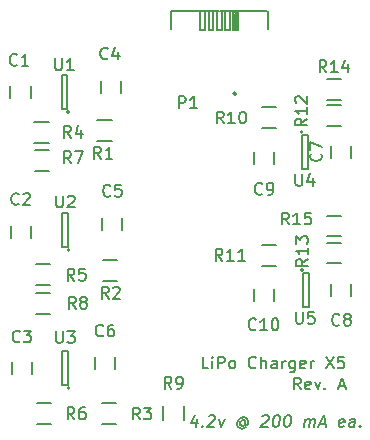
<source format=gto>
G04 #@! TF.FileFunction,Legend,Top*
%FSLAX46Y46*%
G04 Gerber Fmt 4.6, Leading zero omitted, Abs format (unit mm)*
G04 Created by KiCad (PCBNEW 4.0.1-stable) date 3/12/2016 12:27:59 PM*
%MOMM*%
G01*
G04 APERTURE LIST*
%ADD10C,0.100000*%
%ADD11C,0.200000*%
%ADD12C,0.150000*%
G04 APERTURE END LIST*
D10*
D11*
X116371881Y-119959381D02*
X116038547Y-119483190D01*
X115800452Y-119959381D02*
X115800452Y-118959381D01*
X116181405Y-118959381D01*
X116276643Y-119007000D01*
X116324262Y-119054619D01*
X116371881Y-119149857D01*
X116371881Y-119292714D01*
X116324262Y-119387952D01*
X116276643Y-119435571D01*
X116181405Y-119483190D01*
X115800452Y-119483190D01*
X117181405Y-119911762D02*
X117086167Y-119959381D01*
X116895690Y-119959381D01*
X116800452Y-119911762D01*
X116752833Y-119816524D01*
X116752833Y-119435571D01*
X116800452Y-119340333D01*
X116895690Y-119292714D01*
X117086167Y-119292714D01*
X117181405Y-119340333D01*
X117229024Y-119435571D01*
X117229024Y-119530810D01*
X116752833Y-119626048D01*
X117562357Y-119292714D02*
X117800452Y-119959381D01*
X118038548Y-119292714D01*
X118419500Y-119864143D02*
X118467119Y-119911762D01*
X118419500Y-119959381D01*
X118371881Y-119911762D01*
X118419500Y-119864143D01*
X118419500Y-119959381D01*
X119609976Y-119673667D02*
X120086167Y-119673667D01*
X119514738Y-119959381D02*
X119848071Y-118959381D01*
X120181405Y-119959381D01*
D12*
X107612501Y-122467714D02*
X107529167Y-123134381D01*
X107422024Y-122086762D02*
X107094643Y-122801048D01*
X107713691Y-122801048D01*
X108064881Y-123039143D02*
X108106548Y-123086762D01*
X108052976Y-123134381D01*
X108011310Y-123086762D01*
X108064881Y-123039143D01*
X108052976Y-123134381D01*
X108594643Y-122229619D02*
X108648214Y-122182000D01*
X108749404Y-122134381D01*
X108987500Y-122134381D01*
X109076786Y-122182000D01*
X109118453Y-122229619D01*
X109154167Y-122324857D01*
X109142262Y-122420095D01*
X109076786Y-122562952D01*
X108433928Y-123134381D01*
X109052976Y-123134381D01*
X109469643Y-122467714D02*
X109624404Y-123134381D01*
X109945834Y-122467714D01*
X111683929Y-122658190D02*
X111642263Y-122610571D01*
X111552977Y-122562952D01*
X111457739Y-122562952D01*
X111356549Y-122610571D01*
X111302976Y-122658190D01*
X111243452Y-122753429D01*
X111231548Y-122848667D01*
X111267262Y-122943905D01*
X111308930Y-122991524D01*
X111398215Y-123039143D01*
X111493453Y-123039143D01*
X111594644Y-122991524D01*
X111648215Y-122943905D01*
X111695834Y-122562952D02*
X111648215Y-122943905D01*
X111689882Y-122991524D01*
X111737501Y-122991524D01*
X111838691Y-122943905D01*
X111898215Y-122848667D01*
X111927977Y-122610571D01*
X111850596Y-122467714D01*
X111719644Y-122372476D01*
X111535120Y-122324857D01*
X111338691Y-122372476D01*
X111183929Y-122467714D01*
X111070834Y-122610571D01*
X110999405Y-122801048D01*
X111023215Y-122991524D01*
X111100595Y-123134381D01*
X111231548Y-123229619D01*
X111416072Y-123277238D01*
X111612501Y-123229619D01*
X111767262Y-123134381D01*
X113118453Y-122229619D02*
X113172024Y-122182000D01*
X113273214Y-122134381D01*
X113511310Y-122134381D01*
X113600596Y-122182000D01*
X113642263Y-122229619D01*
X113677977Y-122324857D01*
X113666072Y-122420095D01*
X113600596Y-122562952D01*
X112957738Y-123134381D01*
X113576786Y-123134381D01*
X114320833Y-122134381D02*
X114416072Y-122134381D01*
X114505358Y-122182000D01*
X114547025Y-122229619D01*
X114582739Y-122324857D01*
X114606548Y-122515333D01*
X114576786Y-122753429D01*
X114505358Y-122943905D01*
X114445834Y-123039143D01*
X114392263Y-123086762D01*
X114291072Y-123134381D01*
X114195833Y-123134381D01*
X114106548Y-123086762D01*
X114064881Y-123039143D01*
X114029167Y-122943905D01*
X114005357Y-122753429D01*
X114035119Y-122515333D01*
X114106548Y-122324857D01*
X114166072Y-122229619D01*
X114219643Y-122182000D01*
X114320833Y-122134381D01*
X115273214Y-122134381D02*
X115368453Y-122134381D01*
X115457739Y-122182000D01*
X115499406Y-122229619D01*
X115535120Y-122324857D01*
X115558929Y-122515333D01*
X115529167Y-122753429D01*
X115457739Y-122943905D01*
X115398215Y-123039143D01*
X115344644Y-123086762D01*
X115243453Y-123134381D01*
X115148214Y-123134381D01*
X115058929Y-123086762D01*
X115017262Y-123039143D01*
X114981548Y-122943905D01*
X114957738Y-122753429D01*
X114987500Y-122515333D01*
X115058929Y-122324857D01*
X115118453Y-122229619D01*
X115172024Y-122182000D01*
X115273214Y-122134381D01*
X116672024Y-123134381D02*
X116755358Y-122467714D01*
X116743453Y-122562952D02*
X116797024Y-122515333D01*
X116898215Y-122467714D01*
X117041073Y-122467714D01*
X117130358Y-122515333D01*
X117166073Y-122610571D01*
X117100596Y-123134381D01*
X117166073Y-122610571D02*
X117225596Y-122515333D01*
X117326787Y-122467714D01*
X117469644Y-122467714D01*
X117558929Y-122515333D01*
X117594644Y-122610571D01*
X117529167Y-123134381D01*
X117993453Y-122848667D02*
X118469644Y-122848667D01*
X117862500Y-123134381D02*
X118320833Y-122134381D01*
X118529167Y-123134381D01*
X120011311Y-123086762D02*
X119910120Y-123134381D01*
X119719643Y-123134381D01*
X119630358Y-123086762D01*
X119594644Y-122991524D01*
X119642263Y-122610571D01*
X119701786Y-122515333D01*
X119802977Y-122467714D01*
X119993454Y-122467714D01*
X120082739Y-122515333D01*
X120118454Y-122610571D01*
X120106549Y-122705810D01*
X119618453Y-122801048D01*
X120910120Y-123134381D02*
X120975597Y-122610571D01*
X120939882Y-122515333D01*
X120850597Y-122467714D01*
X120660120Y-122467714D01*
X120558929Y-122515333D01*
X120916073Y-123086762D02*
X120814882Y-123134381D01*
X120576786Y-123134381D01*
X120487501Y-123086762D01*
X120451787Y-122991524D01*
X120463691Y-122896286D01*
X120523215Y-122801048D01*
X120624405Y-122753429D01*
X120862501Y-122753429D01*
X120963692Y-122705810D01*
X121398215Y-123039143D02*
X121439882Y-123086762D01*
X121386310Y-123134381D01*
X121344644Y-123086762D01*
X121398215Y-123039143D01*
X121386310Y-123134381D01*
D11*
X108546000Y-118181381D02*
X108069809Y-118181381D01*
X108069809Y-117181381D01*
X108879333Y-118181381D02*
X108879333Y-117514714D01*
X108879333Y-117181381D02*
X108831714Y-117229000D01*
X108879333Y-117276619D01*
X108926952Y-117229000D01*
X108879333Y-117181381D01*
X108879333Y-117276619D01*
X109355523Y-118181381D02*
X109355523Y-117181381D01*
X109736476Y-117181381D01*
X109831714Y-117229000D01*
X109879333Y-117276619D01*
X109926952Y-117371857D01*
X109926952Y-117514714D01*
X109879333Y-117609952D01*
X109831714Y-117657571D01*
X109736476Y-117705190D01*
X109355523Y-117705190D01*
X110498380Y-118181381D02*
X110403142Y-118133762D01*
X110355523Y-118086143D01*
X110307904Y-117990905D01*
X110307904Y-117705190D01*
X110355523Y-117609952D01*
X110403142Y-117562333D01*
X110498380Y-117514714D01*
X110641238Y-117514714D01*
X110736476Y-117562333D01*
X110784095Y-117609952D01*
X110831714Y-117705190D01*
X110831714Y-117990905D01*
X110784095Y-118086143D01*
X110736476Y-118133762D01*
X110641238Y-118181381D01*
X110498380Y-118181381D01*
X112593619Y-118086143D02*
X112546000Y-118133762D01*
X112403143Y-118181381D01*
X112307905Y-118181381D01*
X112165047Y-118133762D01*
X112069809Y-118038524D01*
X112022190Y-117943286D01*
X111974571Y-117752810D01*
X111974571Y-117609952D01*
X112022190Y-117419476D01*
X112069809Y-117324238D01*
X112165047Y-117229000D01*
X112307905Y-117181381D01*
X112403143Y-117181381D01*
X112546000Y-117229000D01*
X112593619Y-117276619D01*
X113022190Y-118181381D02*
X113022190Y-117181381D01*
X113450762Y-118181381D02*
X113450762Y-117657571D01*
X113403143Y-117562333D01*
X113307905Y-117514714D01*
X113165047Y-117514714D01*
X113069809Y-117562333D01*
X113022190Y-117609952D01*
X114355524Y-118181381D02*
X114355524Y-117657571D01*
X114307905Y-117562333D01*
X114212667Y-117514714D01*
X114022190Y-117514714D01*
X113926952Y-117562333D01*
X114355524Y-118133762D02*
X114260286Y-118181381D01*
X114022190Y-118181381D01*
X113926952Y-118133762D01*
X113879333Y-118038524D01*
X113879333Y-117943286D01*
X113926952Y-117848048D01*
X114022190Y-117800429D01*
X114260286Y-117800429D01*
X114355524Y-117752810D01*
X114831714Y-118181381D02*
X114831714Y-117514714D01*
X114831714Y-117705190D02*
X114879333Y-117609952D01*
X114926952Y-117562333D01*
X115022190Y-117514714D01*
X115117429Y-117514714D01*
X115879334Y-117514714D02*
X115879334Y-118324238D01*
X115831715Y-118419476D01*
X115784096Y-118467095D01*
X115688857Y-118514714D01*
X115546000Y-118514714D01*
X115450762Y-118467095D01*
X115879334Y-118133762D02*
X115784096Y-118181381D01*
X115593619Y-118181381D01*
X115498381Y-118133762D01*
X115450762Y-118086143D01*
X115403143Y-117990905D01*
X115403143Y-117705190D01*
X115450762Y-117609952D01*
X115498381Y-117562333D01*
X115593619Y-117514714D01*
X115784096Y-117514714D01*
X115879334Y-117562333D01*
X116736477Y-118133762D02*
X116641239Y-118181381D01*
X116450762Y-118181381D01*
X116355524Y-118133762D01*
X116307905Y-118038524D01*
X116307905Y-117657571D01*
X116355524Y-117562333D01*
X116450762Y-117514714D01*
X116641239Y-117514714D01*
X116736477Y-117562333D01*
X116784096Y-117657571D01*
X116784096Y-117752810D01*
X116307905Y-117848048D01*
X117212667Y-118181381D02*
X117212667Y-117514714D01*
X117212667Y-117705190D02*
X117260286Y-117609952D01*
X117307905Y-117562333D01*
X117403143Y-117514714D01*
X117498382Y-117514714D01*
X118498382Y-117181381D02*
X119165049Y-118181381D01*
X119165049Y-117181381D02*
X118498382Y-118181381D01*
X120022192Y-117181381D02*
X119546001Y-117181381D01*
X119498382Y-117657571D01*
X119546001Y-117609952D01*
X119641239Y-117562333D01*
X119879335Y-117562333D01*
X119974573Y-117609952D01*
X120022192Y-117657571D01*
X120069811Y-117752810D01*
X120069811Y-117990905D01*
X120022192Y-118086143D01*
X119974573Y-118133762D01*
X119879335Y-118181381D01*
X119641239Y-118181381D01*
X119546001Y-118133762D01*
X119498382Y-118086143D01*
D12*
X93501256Y-95260308D02*
X93501256Y-94260308D01*
X91801256Y-94260308D02*
X91801256Y-95260308D01*
X93560000Y-107129200D02*
X93560000Y-106129200D01*
X91860000Y-106129200D02*
X91860000Y-107129200D01*
X93610800Y-118660800D02*
X93610800Y-117660800D01*
X91910800Y-117660800D02*
X91910800Y-118660800D01*
X101180000Y-94861000D02*
X101180000Y-93861000D01*
X99480000Y-93861000D02*
X99480000Y-94861000D01*
X101281600Y-106468800D02*
X101281600Y-105468800D01*
X99581600Y-105468800D02*
X99581600Y-106468800D01*
X100672000Y-118203600D02*
X100672000Y-117203600D01*
X98972000Y-117203600D02*
X98972000Y-118203600D01*
X118974500Y-99322000D02*
X118974500Y-100322000D01*
X120674500Y-100322000D02*
X120674500Y-99322000D01*
X118974500Y-111056800D02*
X118974500Y-112056800D01*
X120674500Y-112056800D02*
X120674500Y-111056800D01*
X112383200Y-99896800D02*
X112383200Y-100896800D01*
X114083200Y-100896800D02*
X114083200Y-99896800D01*
X112383200Y-111463200D02*
X112383200Y-112463200D01*
X114083200Y-112463200D02*
X114083200Y-111463200D01*
X110921921Y-94932000D02*
G75*
G03X110921921Y-94932000I-141421J0D01*
G01*
X111080500Y-89532000D02*
X111080500Y-87932000D01*
X107880500Y-89532000D02*
X107880500Y-88032000D01*
X108280500Y-89532000D02*
X107880500Y-89532000D01*
X108280500Y-88032000D02*
X108280500Y-89532000D01*
X108980500Y-88032000D02*
X108980500Y-89532000D01*
X108980500Y-89532000D02*
X108580500Y-89532000D01*
X108580500Y-89532000D02*
X108580500Y-88032000D01*
X109280500Y-89532000D02*
X109280500Y-88032000D01*
X109680500Y-89532000D02*
X109280500Y-89532000D01*
X109680500Y-88032000D02*
X109680500Y-89532000D01*
X110380500Y-88032000D02*
X110380500Y-89532000D01*
X110380500Y-89532000D02*
X109980500Y-89532000D01*
X109980500Y-89532000D02*
X109980500Y-88032000D01*
X110980500Y-89532000D02*
X110980500Y-88132000D01*
X110980500Y-88132000D02*
X110780500Y-88132000D01*
X110780500Y-88132000D02*
X110780500Y-89532000D01*
X110780500Y-89532000D02*
X110880500Y-89532000D01*
X110880500Y-89532000D02*
X110880500Y-88232000D01*
X110980500Y-87932000D02*
X110980500Y-89532000D01*
X111080500Y-89532000D02*
X110680500Y-89532000D01*
X110680500Y-89532000D02*
X110680500Y-88032000D01*
X110680500Y-88032000D02*
X110980500Y-88032000D01*
X109455500Y-87932000D02*
X105405500Y-87932000D01*
X105380500Y-87932000D02*
X105380500Y-89432000D01*
X113580500Y-87932000D02*
X113580500Y-89432000D01*
X109505500Y-87932000D02*
X113555500Y-87932000D01*
X100363256Y-98937308D02*
X99163256Y-98937308D01*
X99163256Y-97187308D02*
X100363256Y-97187308D01*
X100828400Y-110755400D02*
X99628400Y-110755400D01*
X99628400Y-109005400D02*
X100828400Y-109005400D01*
X100777600Y-122845800D02*
X99577600Y-122845800D01*
X99577600Y-121095800D02*
X100777600Y-121095800D01*
X93829256Y-97314308D02*
X95029256Y-97314308D01*
X95029256Y-99064308D02*
X93829256Y-99064308D01*
X93989600Y-109361000D02*
X95189600Y-109361000D01*
X95189600Y-111111000D02*
X93989600Y-111111000D01*
X94040400Y-121095800D02*
X95240400Y-121095800D01*
X95240400Y-122845800D02*
X94040400Y-122845800D01*
X93890256Y-99727308D02*
X95090256Y-99727308D01*
X95090256Y-101477308D02*
X93890256Y-101477308D01*
X93938800Y-111799400D02*
X95138800Y-111799400D01*
X95138800Y-113549400D02*
X93938800Y-113549400D01*
X106475500Y-121320000D02*
X106475500Y-122520000D01*
X104725500Y-122520000D02*
X104725500Y-121320000D01*
X113090400Y-96051400D02*
X114290400Y-96051400D01*
X114290400Y-97801400D02*
X113090400Y-97801400D01*
X113090400Y-107735400D02*
X114290400Y-107735400D01*
X114290400Y-109485400D02*
X113090400Y-109485400D01*
X119789500Y-97649000D02*
X118589500Y-97649000D01*
X118589500Y-95899000D02*
X119789500Y-95899000D01*
X119789500Y-109269500D02*
X118589500Y-109269500D01*
X118589500Y-107519500D02*
X119789500Y-107519500D01*
X119789500Y-95426500D02*
X118589500Y-95426500D01*
X118589500Y-93676500D02*
X119789500Y-93676500D01*
X119789500Y-106983500D02*
X118589500Y-106983500D01*
X118589500Y-105233500D02*
X119789500Y-105233500D01*
X96777256Y-96460308D02*
G75*
G03X96777256Y-96460308I-100000J0D01*
G01*
X96127256Y-96210308D02*
X96627256Y-96210308D01*
X96127256Y-93310308D02*
X96127256Y-96210308D01*
X96627256Y-93310308D02*
X96127256Y-93310308D01*
X96627256Y-96210308D02*
X96627256Y-93310308D01*
X96818400Y-108176800D02*
G75*
G03X96818400Y-108176800I-100000J0D01*
G01*
X96168400Y-107926800D02*
X96668400Y-107926800D01*
X96168400Y-105026800D02*
X96168400Y-107926800D01*
X96668400Y-105026800D02*
X96168400Y-105026800D01*
X96668400Y-107926800D02*
X96668400Y-105026800D01*
X96818400Y-119860800D02*
G75*
G03X96818400Y-119860800I-100000J0D01*
G01*
X96168400Y-119610800D02*
X96668400Y-119610800D01*
X96168400Y-116710800D02*
X96168400Y-119610800D01*
X96668400Y-116710800D02*
X96168400Y-116710800D01*
X96668400Y-119610800D02*
X96668400Y-116710800D01*
X116538400Y-98172800D02*
G75*
G03X116538400Y-98172800I-100000J0D01*
G01*
X116988400Y-98422800D02*
X116488400Y-98422800D01*
X116988400Y-101322800D02*
X116988400Y-98422800D01*
X116488400Y-101322800D02*
X116988400Y-101322800D01*
X116488400Y-98422800D02*
X116488400Y-101322800D01*
X116589200Y-109856800D02*
G75*
G03X116589200Y-109856800I-100000J0D01*
G01*
X117039200Y-110106800D02*
X116539200Y-110106800D01*
X117039200Y-113006800D02*
X117039200Y-110106800D01*
X116539200Y-113006800D02*
X117039200Y-113006800D01*
X116539200Y-110106800D02*
X116539200Y-113006800D01*
X92357590Y-92450451D02*
X92309971Y-92498070D01*
X92167114Y-92545689D01*
X92071876Y-92545689D01*
X91929018Y-92498070D01*
X91833780Y-92402832D01*
X91786161Y-92307594D01*
X91738542Y-92117118D01*
X91738542Y-91974260D01*
X91786161Y-91783784D01*
X91833780Y-91688546D01*
X91929018Y-91593308D01*
X92071876Y-91545689D01*
X92167114Y-91545689D01*
X92309971Y-91593308D01*
X92357590Y-91640927D01*
X93309971Y-92545689D02*
X92738542Y-92545689D01*
X93024256Y-92545689D02*
X93024256Y-91545689D01*
X92929018Y-91688546D01*
X92833780Y-91783784D01*
X92738542Y-91831403D01*
X92492534Y-104243143D02*
X92444915Y-104290762D01*
X92302058Y-104338381D01*
X92206820Y-104338381D01*
X92063962Y-104290762D01*
X91968724Y-104195524D01*
X91921105Y-104100286D01*
X91873486Y-103909810D01*
X91873486Y-103766952D01*
X91921105Y-103576476D01*
X91968724Y-103481238D01*
X92063962Y-103386000D01*
X92206820Y-103338381D01*
X92302058Y-103338381D01*
X92444915Y-103386000D01*
X92492534Y-103433619D01*
X92873486Y-103433619D02*
X92921105Y-103386000D01*
X93016343Y-103338381D01*
X93254439Y-103338381D01*
X93349677Y-103386000D01*
X93397296Y-103433619D01*
X93444915Y-103528857D01*
X93444915Y-103624095D01*
X93397296Y-103766952D01*
X92825867Y-104338381D01*
X93444915Y-104338381D01*
X92594134Y-115876343D02*
X92546515Y-115923962D01*
X92403658Y-115971581D01*
X92308420Y-115971581D01*
X92165562Y-115923962D01*
X92070324Y-115828724D01*
X92022705Y-115733486D01*
X91975086Y-115543010D01*
X91975086Y-115400152D01*
X92022705Y-115209676D01*
X92070324Y-115114438D01*
X92165562Y-115019200D01*
X92308420Y-114971581D01*
X92403658Y-114971581D01*
X92546515Y-115019200D01*
X92594134Y-115066819D01*
X92927467Y-114971581D02*
X93546515Y-114971581D01*
X93213181Y-115352533D01*
X93356039Y-115352533D01*
X93451277Y-115400152D01*
X93498896Y-115447771D01*
X93546515Y-115543010D01*
X93546515Y-115781105D01*
X93498896Y-115876343D01*
X93451277Y-115923962D01*
X93356039Y-115971581D01*
X93070324Y-115971581D01*
X92975086Y-115923962D01*
X92927467Y-115876343D01*
X100036334Y-91924143D02*
X99988715Y-91971762D01*
X99845858Y-92019381D01*
X99750620Y-92019381D01*
X99607762Y-91971762D01*
X99512524Y-91876524D01*
X99464905Y-91781286D01*
X99417286Y-91590810D01*
X99417286Y-91447952D01*
X99464905Y-91257476D01*
X99512524Y-91162238D01*
X99607762Y-91067000D01*
X99750620Y-91019381D01*
X99845858Y-91019381D01*
X99988715Y-91067000D01*
X100036334Y-91114619D01*
X100893477Y-91352714D02*
X100893477Y-92019381D01*
X100655381Y-90971762D02*
X100417286Y-91686048D01*
X101036334Y-91686048D01*
X100264934Y-103531943D02*
X100217315Y-103579562D01*
X100074458Y-103627181D01*
X99979220Y-103627181D01*
X99836362Y-103579562D01*
X99741124Y-103484324D01*
X99693505Y-103389086D01*
X99645886Y-103198610D01*
X99645886Y-103055752D01*
X99693505Y-102865276D01*
X99741124Y-102770038D01*
X99836362Y-102674800D01*
X99979220Y-102627181D01*
X100074458Y-102627181D01*
X100217315Y-102674800D01*
X100264934Y-102722419D01*
X101169696Y-102627181D02*
X100693505Y-102627181D01*
X100645886Y-103103371D01*
X100693505Y-103055752D01*
X100788743Y-103008133D01*
X101026839Y-103008133D01*
X101122077Y-103055752D01*
X101169696Y-103103371D01*
X101217315Y-103198610D01*
X101217315Y-103436705D01*
X101169696Y-103531943D01*
X101122077Y-103579562D01*
X101026839Y-103627181D01*
X100788743Y-103627181D01*
X100693505Y-103579562D01*
X100645886Y-103531943D01*
X99655334Y-115368343D02*
X99607715Y-115415962D01*
X99464858Y-115463581D01*
X99369620Y-115463581D01*
X99226762Y-115415962D01*
X99131524Y-115320724D01*
X99083905Y-115225486D01*
X99036286Y-115035010D01*
X99036286Y-114892152D01*
X99083905Y-114701676D01*
X99131524Y-114606438D01*
X99226762Y-114511200D01*
X99369620Y-114463581D01*
X99464858Y-114463581D01*
X99607715Y-114511200D01*
X99655334Y-114558819D01*
X100512477Y-114463581D02*
X100322000Y-114463581D01*
X100226762Y-114511200D01*
X100179143Y-114558819D01*
X100083905Y-114701676D01*
X100036286Y-114892152D01*
X100036286Y-115273105D01*
X100083905Y-115368343D01*
X100131524Y-115415962D01*
X100226762Y-115463581D01*
X100417239Y-115463581D01*
X100512477Y-115415962D01*
X100560096Y-115368343D01*
X100607715Y-115273105D01*
X100607715Y-115035010D01*
X100560096Y-114939771D01*
X100512477Y-114892152D01*
X100417239Y-114844533D01*
X100226762Y-114844533D01*
X100131524Y-114892152D01*
X100083905Y-114939771D01*
X100036286Y-115035010D01*
X118081643Y-99988666D02*
X118129262Y-100036285D01*
X118176881Y-100179142D01*
X118176881Y-100274380D01*
X118129262Y-100417238D01*
X118034024Y-100512476D01*
X117938786Y-100560095D01*
X117748310Y-100607714D01*
X117605452Y-100607714D01*
X117414976Y-100560095D01*
X117319738Y-100512476D01*
X117224500Y-100417238D01*
X117176881Y-100274380D01*
X117176881Y-100179142D01*
X117224500Y-100036285D01*
X117272119Y-99988666D01*
X117176881Y-99655333D02*
X117176881Y-98988666D01*
X118176881Y-99417238D01*
X119657834Y-114466643D02*
X119610215Y-114514262D01*
X119467358Y-114561881D01*
X119372120Y-114561881D01*
X119229262Y-114514262D01*
X119134024Y-114419024D01*
X119086405Y-114323786D01*
X119038786Y-114133310D01*
X119038786Y-113990452D01*
X119086405Y-113799976D01*
X119134024Y-113704738D01*
X119229262Y-113609500D01*
X119372120Y-113561881D01*
X119467358Y-113561881D01*
X119610215Y-113609500D01*
X119657834Y-113657119D01*
X120229262Y-113990452D02*
X120134024Y-113942833D01*
X120086405Y-113895214D01*
X120038786Y-113799976D01*
X120038786Y-113752357D01*
X120086405Y-113657119D01*
X120134024Y-113609500D01*
X120229262Y-113561881D01*
X120419739Y-113561881D01*
X120514977Y-113609500D01*
X120562596Y-113657119D01*
X120610215Y-113752357D01*
X120610215Y-113799976D01*
X120562596Y-113895214D01*
X120514977Y-113942833D01*
X120419739Y-113990452D01*
X120229262Y-113990452D01*
X120134024Y-114038071D01*
X120086405Y-114085690D01*
X120038786Y-114180929D01*
X120038786Y-114371405D01*
X120086405Y-114466643D01*
X120134024Y-114514262D01*
X120229262Y-114561881D01*
X120419739Y-114561881D01*
X120514977Y-114514262D01*
X120562596Y-114466643D01*
X120610215Y-114371405D01*
X120610215Y-114180929D01*
X120562596Y-114085690D01*
X120514977Y-114038071D01*
X120419739Y-113990452D01*
X113117334Y-103379543D02*
X113069715Y-103427162D01*
X112926858Y-103474781D01*
X112831620Y-103474781D01*
X112688762Y-103427162D01*
X112593524Y-103331924D01*
X112545905Y-103236686D01*
X112498286Y-103046210D01*
X112498286Y-102903352D01*
X112545905Y-102712876D01*
X112593524Y-102617638D01*
X112688762Y-102522400D01*
X112831620Y-102474781D01*
X112926858Y-102474781D01*
X113069715Y-102522400D01*
X113117334Y-102570019D01*
X113593524Y-103474781D02*
X113784000Y-103474781D01*
X113879239Y-103427162D01*
X113926858Y-103379543D01*
X114022096Y-103236686D01*
X114069715Y-103046210D01*
X114069715Y-102665257D01*
X114022096Y-102570019D01*
X113974477Y-102522400D01*
X113879239Y-102474781D01*
X113688762Y-102474781D01*
X113593524Y-102522400D01*
X113545905Y-102570019D01*
X113498286Y-102665257D01*
X113498286Y-102903352D01*
X113545905Y-102998590D01*
X113593524Y-103046210D01*
X113688762Y-103093829D01*
X113879239Y-103093829D01*
X113974477Y-103046210D01*
X114022096Y-102998590D01*
X114069715Y-102903352D01*
X112577643Y-114847643D02*
X112530024Y-114895262D01*
X112387167Y-114942881D01*
X112291929Y-114942881D01*
X112149071Y-114895262D01*
X112053833Y-114800024D01*
X112006214Y-114704786D01*
X111958595Y-114514310D01*
X111958595Y-114371452D01*
X112006214Y-114180976D01*
X112053833Y-114085738D01*
X112149071Y-113990500D01*
X112291929Y-113942881D01*
X112387167Y-113942881D01*
X112530024Y-113990500D01*
X112577643Y-114038119D01*
X113530024Y-114942881D02*
X112958595Y-114942881D01*
X113244309Y-114942881D02*
X113244309Y-113942881D01*
X113149071Y-114085738D01*
X113053833Y-114180976D01*
X112958595Y-114228595D01*
X114149071Y-113942881D02*
X114244310Y-113942881D01*
X114339548Y-113990500D01*
X114387167Y-114038119D01*
X114434786Y-114133357D01*
X114482405Y-114323833D01*
X114482405Y-114561929D01*
X114434786Y-114752405D01*
X114387167Y-114847643D01*
X114339548Y-114895262D01*
X114244310Y-114942881D01*
X114149071Y-114942881D01*
X114053833Y-114895262D01*
X114006214Y-114847643D01*
X113958595Y-114752405D01*
X113910976Y-114561929D01*
X113910976Y-114323833D01*
X113958595Y-114133357D01*
X114006214Y-114038119D01*
X114053833Y-113990500D01*
X114149071Y-113942881D01*
X106068905Y-96146881D02*
X106068905Y-95146881D01*
X106449858Y-95146881D01*
X106545096Y-95194500D01*
X106592715Y-95242119D01*
X106640334Y-95337357D01*
X106640334Y-95480214D01*
X106592715Y-95575452D01*
X106545096Y-95623071D01*
X106449858Y-95670690D01*
X106068905Y-95670690D01*
X107592715Y-96146881D02*
X107021286Y-96146881D01*
X107307000Y-96146881D02*
X107307000Y-95146881D01*
X107211762Y-95289738D01*
X107116524Y-95384976D01*
X107021286Y-95432595D01*
X99469590Y-100419689D02*
X99136256Y-99943498D01*
X98898161Y-100419689D02*
X98898161Y-99419689D01*
X99279114Y-99419689D01*
X99374352Y-99467308D01*
X99421971Y-99514927D01*
X99469590Y-99610165D01*
X99469590Y-99753022D01*
X99421971Y-99848260D01*
X99374352Y-99895879D01*
X99279114Y-99943498D01*
X98898161Y-99943498D01*
X100421971Y-100419689D02*
X99850542Y-100419689D01*
X100136256Y-100419689D02*
X100136256Y-99419689D01*
X100041018Y-99562546D01*
X99945780Y-99657784D01*
X99850542Y-99705403D01*
X100112534Y-112263181D02*
X99779200Y-111786990D01*
X99541105Y-112263181D02*
X99541105Y-111263181D01*
X99922058Y-111263181D01*
X100017296Y-111310800D01*
X100064915Y-111358419D01*
X100112534Y-111453657D01*
X100112534Y-111596514D01*
X100064915Y-111691752D01*
X100017296Y-111739371D01*
X99922058Y-111786990D01*
X99541105Y-111786990D01*
X100493486Y-111358419D02*
X100541105Y-111310800D01*
X100636343Y-111263181D01*
X100874439Y-111263181D01*
X100969677Y-111310800D01*
X101017296Y-111358419D01*
X101064915Y-111453657D01*
X101064915Y-111548895D01*
X101017296Y-111691752D01*
X100445867Y-112263181D01*
X101064915Y-112263181D01*
X102766834Y-122499381D02*
X102433500Y-122023190D01*
X102195405Y-122499381D02*
X102195405Y-121499381D01*
X102576358Y-121499381D01*
X102671596Y-121547000D01*
X102719215Y-121594619D01*
X102766834Y-121689857D01*
X102766834Y-121832714D01*
X102719215Y-121927952D01*
X102671596Y-121975571D01*
X102576358Y-122023190D01*
X102195405Y-122023190D01*
X103100167Y-121499381D02*
X103719215Y-121499381D01*
X103385881Y-121880333D01*
X103528739Y-121880333D01*
X103623977Y-121927952D01*
X103671596Y-121975571D01*
X103719215Y-122070810D01*
X103719215Y-122308905D01*
X103671596Y-122404143D01*
X103623977Y-122451762D01*
X103528739Y-122499381D01*
X103243024Y-122499381D01*
X103147786Y-122451762D01*
X103100167Y-122404143D01*
X96929590Y-98641689D02*
X96596256Y-98165498D01*
X96358161Y-98641689D02*
X96358161Y-97641689D01*
X96739114Y-97641689D01*
X96834352Y-97689308D01*
X96881971Y-97736927D01*
X96929590Y-97832165D01*
X96929590Y-97975022D01*
X96881971Y-98070260D01*
X96834352Y-98117879D01*
X96739114Y-98165498D01*
X96358161Y-98165498D01*
X97786733Y-97975022D02*
X97786733Y-98641689D01*
X97548637Y-97594070D02*
X97310542Y-98308356D01*
X97929590Y-98308356D01*
X97216934Y-110739181D02*
X96883600Y-110262990D01*
X96645505Y-110739181D02*
X96645505Y-109739181D01*
X97026458Y-109739181D01*
X97121696Y-109786800D01*
X97169315Y-109834419D01*
X97216934Y-109929657D01*
X97216934Y-110072514D01*
X97169315Y-110167752D01*
X97121696Y-110215371D01*
X97026458Y-110262990D01*
X96645505Y-110262990D01*
X98121696Y-109739181D02*
X97645505Y-109739181D01*
X97597886Y-110215371D01*
X97645505Y-110167752D01*
X97740743Y-110120133D01*
X97978839Y-110120133D01*
X98074077Y-110167752D01*
X98121696Y-110215371D01*
X98169315Y-110310610D01*
X98169315Y-110548705D01*
X98121696Y-110643943D01*
X98074077Y-110691562D01*
X97978839Y-110739181D01*
X97740743Y-110739181D01*
X97645505Y-110691562D01*
X97597886Y-110643943D01*
X97216934Y-122473981D02*
X96883600Y-121997790D01*
X96645505Y-122473981D02*
X96645505Y-121473981D01*
X97026458Y-121473981D01*
X97121696Y-121521600D01*
X97169315Y-121569219D01*
X97216934Y-121664457D01*
X97216934Y-121807314D01*
X97169315Y-121902552D01*
X97121696Y-121950171D01*
X97026458Y-121997790D01*
X96645505Y-121997790D01*
X98074077Y-121473981D02*
X97883600Y-121473981D01*
X97788362Y-121521600D01*
X97740743Y-121569219D01*
X97645505Y-121712076D01*
X97597886Y-121902552D01*
X97597886Y-122283505D01*
X97645505Y-122378743D01*
X97693124Y-122426362D01*
X97788362Y-122473981D01*
X97978839Y-122473981D01*
X98074077Y-122426362D01*
X98121696Y-122378743D01*
X98169315Y-122283505D01*
X98169315Y-122045410D01*
X98121696Y-121950171D01*
X98074077Y-121902552D01*
X97978839Y-121854933D01*
X97788362Y-121854933D01*
X97693124Y-121902552D01*
X97645505Y-121950171D01*
X97597886Y-122045410D01*
X96929590Y-100800689D02*
X96596256Y-100324498D01*
X96358161Y-100800689D02*
X96358161Y-99800689D01*
X96739114Y-99800689D01*
X96834352Y-99848308D01*
X96881971Y-99895927D01*
X96929590Y-99991165D01*
X96929590Y-100134022D01*
X96881971Y-100229260D01*
X96834352Y-100276879D01*
X96739114Y-100324498D01*
X96358161Y-100324498D01*
X97262923Y-99800689D02*
X97929590Y-99800689D01*
X97501018Y-100800689D01*
X97318534Y-113126781D02*
X96985200Y-112650590D01*
X96747105Y-113126781D02*
X96747105Y-112126781D01*
X97128058Y-112126781D01*
X97223296Y-112174400D01*
X97270915Y-112222019D01*
X97318534Y-112317257D01*
X97318534Y-112460114D01*
X97270915Y-112555352D01*
X97223296Y-112602971D01*
X97128058Y-112650590D01*
X96747105Y-112650590D01*
X97889962Y-112555352D02*
X97794724Y-112507733D01*
X97747105Y-112460114D01*
X97699486Y-112364876D01*
X97699486Y-112317257D01*
X97747105Y-112222019D01*
X97794724Y-112174400D01*
X97889962Y-112126781D01*
X98080439Y-112126781D01*
X98175677Y-112174400D01*
X98223296Y-112222019D01*
X98270915Y-112317257D01*
X98270915Y-112364876D01*
X98223296Y-112460114D01*
X98175677Y-112507733D01*
X98080439Y-112555352D01*
X97889962Y-112555352D01*
X97794724Y-112602971D01*
X97747105Y-112650590D01*
X97699486Y-112745829D01*
X97699486Y-112936305D01*
X97747105Y-113031543D01*
X97794724Y-113079162D01*
X97889962Y-113126781D01*
X98080439Y-113126781D01*
X98175677Y-113079162D01*
X98223296Y-113031543D01*
X98270915Y-112936305D01*
X98270915Y-112745829D01*
X98223296Y-112650590D01*
X98175677Y-112602971D01*
X98080439Y-112555352D01*
X105433834Y-119895881D02*
X105100500Y-119419690D01*
X104862405Y-119895881D02*
X104862405Y-118895881D01*
X105243358Y-118895881D01*
X105338596Y-118943500D01*
X105386215Y-118991119D01*
X105433834Y-119086357D01*
X105433834Y-119229214D01*
X105386215Y-119324452D01*
X105338596Y-119372071D01*
X105243358Y-119419690D01*
X104862405Y-119419690D01*
X105910024Y-119895881D02*
X106100500Y-119895881D01*
X106195739Y-119848262D01*
X106243358Y-119800643D01*
X106338596Y-119657786D01*
X106386215Y-119467310D01*
X106386215Y-119086357D01*
X106338596Y-118991119D01*
X106290977Y-118943500D01*
X106195739Y-118895881D01*
X106005262Y-118895881D01*
X105910024Y-118943500D01*
X105862405Y-118991119D01*
X105814786Y-119086357D01*
X105814786Y-119324452D01*
X105862405Y-119419690D01*
X105910024Y-119467310D01*
X106005262Y-119514929D01*
X106195739Y-119514929D01*
X106290977Y-119467310D01*
X106338596Y-119419690D01*
X106386215Y-119324452D01*
X109847143Y-97429581D02*
X109513809Y-96953390D01*
X109275714Y-97429581D02*
X109275714Y-96429581D01*
X109656667Y-96429581D01*
X109751905Y-96477200D01*
X109799524Y-96524819D01*
X109847143Y-96620057D01*
X109847143Y-96762914D01*
X109799524Y-96858152D01*
X109751905Y-96905771D01*
X109656667Y-96953390D01*
X109275714Y-96953390D01*
X110799524Y-97429581D02*
X110228095Y-97429581D01*
X110513809Y-97429581D02*
X110513809Y-96429581D01*
X110418571Y-96572438D01*
X110323333Y-96667676D01*
X110228095Y-96715295D01*
X111418571Y-96429581D02*
X111513810Y-96429581D01*
X111609048Y-96477200D01*
X111656667Y-96524819D01*
X111704286Y-96620057D01*
X111751905Y-96810533D01*
X111751905Y-97048629D01*
X111704286Y-97239105D01*
X111656667Y-97334343D01*
X111609048Y-97381962D01*
X111513810Y-97429581D01*
X111418571Y-97429581D01*
X111323333Y-97381962D01*
X111275714Y-97334343D01*
X111228095Y-97239105D01*
X111180476Y-97048629D01*
X111180476Y-96810533D01*
X111228095Y-96620057D01*
X111275714Y-96524819D01*
X111323333Y-96477200D01*
X111418571Y-96429581D01*
X109745543Y-109062781D02*
X109412209Y-108586590D01*
X109174114Y-109062781D02*
X109174114Y-108062781D01*
X109555067Y-108062781D01*
X109650305Y-108110400D01*
X109697924Y-108158019D01*
X109745543Y-108253257D01*
X109745543Y-108396114D01*
X109697924Y-108491352D01*
X109650305Y-108538971D01*
X109555067Y-108586590D01*
X109174114Y-108586590D01*
X110697924Y-109062781D02*
X110126495Y-109062781D01*
X110412209Y-109062781D02*
X110412209Y-108062781D01*
X110316971Y-108205638D01*
X110221733Y-108300876D01*
X110126495Y-108348495D01*
X111650305Y-109062781D02*
X111078876Y-109062781D01*
X111364590Y-109062781D02*
X111364590Y-108062781D01*
X111269352Y-108205638D01*
X111174114Y-108300876D01*
X111078876Y-108348495D01*
X116911381Y-97035857D02*
X116435190Y-97369191D01*
X116911381Y-97607286D02*
X115911381Y-97607286D01*
X115911381Y-97226333D01*
X115959000Y-97131095D01*
X116006619Y-97083476D01*
X116101857Y-97035857D01*
X116244714Y-97035857D01*
X116339952Y-97083476D01*
X116387571Y-97131095D01*
X116435190Y-97226333D01*
X116435190Y-97607286D01*
X116911381Y-96083476D02*
X116911381Y-96654905D01*
X116911381Y-96369191D02*
X115911381Y-96369191D01*
X116054238Y-96464429D01*
X116149476Y-96559667D01*
X116197095Y-96654905D01*
X116006619Y-95702524D02*
X115959000Y-95654905D01*
X115911381Y-95559667D01*
X115911381Y-95321571D01*
X115959000Y-95226333D01*
X116006619Y-95178714D01*
X116101857Y-95131095D01*
X116197095Y-95131095D01*
X116339952Y-95178714D01*
X116911381Y-95750143D01*
X116911381Y-95131095D01*
X116974881Y-108910357D02*
X116498690Y-109243691D01*
X116974881Y-109481786D02*
X115974881Y-109481786D01*
X115974881Y-109100833D01*
X116022500Y-109005595D01*
X116070119Y-108957976D01*
X116165357Y-108910357D01*
X116308214Y-108910357D01*
X116403452Y-108957976D01*
X116451071Y-109005595D01*
X116498690Y-109100833D01*
X116498690Y-109481786D01*
X116974881Y-107957976D02*
X116974881Y-108529405D01*
X116974881Y-108243691D02*
X115974881Y-108243691D01*
X116117738Y-108338929D01*
X116212976Y-108434167D01*
X116260595Y-108529405D01*
X115974881Y-107624643D02*
X115974881Y-107005595D01*
X116355833Y-107338929D01*
X116355833Y-107196071D01*
X116403452Y-107100833D01*
X116451071Y-107053214D01*
X116546310Y-107005595D01*
X116784405Y-107005595D01*
X116879643Y-107053214D01*
X116927262Y-107100833D01*
X116974881Y-107196071D01*
X116974881Y-107481786D01*
X116927262Y-107577024D01*
X116879643Y-107624643D01*
X118546643Y-93098881D02*
X118213309Y-92622690D01*
X117975214Y-93098881D02*
X117975214Y-92098881D01*
X118356167Y-92098881D01*
X118451405Y-92146500D01*
X118499024Y-92194119D01*
X118546643Y-92289357D01*
X118546643Y-92432214D01*
X118499024Y-92527452D01*
X118451405Y-92575071D01*
X118356167Y-92622690D01*
X117975214Y-92622690D01*
X119499024Y-93098881D02*
X118927595Y-93098881D01*
X119213309Y-93098881D02*
X119213309Y-92098881D01*
X119118071Y-92241738D01*
X119022833Y-92336976D01*
X118927595Y-92384595D01*
X120356167Y-92432214D02*
X120356167Y-93098881D01*
X120118071Y-92051262D02*
X119879976Y-92765548D01*
X120499024Y-92765548D01*
X115371643Y-105989381D02*
X115038309Y-105513190D01*
X114800214Y-105989381D02*
X114800214Y-104989381D01*
X115181167Y-104989381D01*
X115276405Y-105037000D01*
X115324024Y-105084619D01*
X115371643Y-105179857D01*
X115371643Y-105322714D01*
X115324024Y-105417952D01*
X115276405Y-105465571D01*
X115181167Y-105513190D01*
X114800214Y-105513190D01*
X116324024Y-105989381D02*
X115752595Y-105989381D01*
X116038309Y-105989381D02*
X116038309Y-104989381D01*
X115943071Y-105132238D01*
X115847833Y-105227476D01*
X115752595Y-105275095D01*
X117228786Y-104989381D02*
X116752595Y-104989381D01*
X116704976Y-105465571D01*
X116752595Y-105417952D01*
X116847833Y-105370333D01*
X117085929Y-105370333D01*
X117181167Y-105417952D01*
X117228786Y-105465571D01*
X117276405Y-105560810D01*
X117276405Y-105798905D01*
X117228786Y-105894143D01*
X117181167Y-105941762D01*
X117085929Y-105989381D01*
X116847833Y-105989381D01*
X116752595Y-105941762D01*
X116704976Y-105894143D01*
X95572351Y-91926689D02*
X95572351Y-92736213D01*
X95619970Y-92831451D01*
X95667589Y-92879070D01*
X95762827Y-92926689D01*
X95953304Y-92926689D01*
X96048542Y-92879070D01*
X96096161Y-92831451D01*
X96143780Y-92736213D01*
X96143780Y-91926689D01*
X97143780Y-92926689D02*
X96572351Y-92926689D01*
X96858065Y-92926689D02*
X96858065Y-91926689D01*
X96762827Y-92069546D01*
X96667589Y-92164784D01*
X96572351Y-92212403D01*
X95656495Y-103541581D02*
X95656495Y-104351105D01*
X95704114Y-104446343D01*
X95751733Y-104493962D01*
X95846971Y-104541581D01*
X96037448Y-104541581D01*
X96132686Y-104493962D01*
X96180305Y-104446343D01*
X96227924Y-104351105D01*
X96227924Y-103541581D01*
X96656495Y-103636819D02*
X96704114Y-103589200D01*
X96799352Y-103541581D01*
X97037448Y-103541581D01*
X97132686Y-103589200D01*
X97180305Y-103636819D01*
X97227924Y-103732057D01*
X97227924Y-103827295D01*
X97180305Y-103970152D01*
X96608876Y-104541581D01*
X97227924Y-104541581D01*
X95656495Y-115022381D02*
X95656495Y-115831905D01*
X95704114Y-115927143D01*
X95751733Y-115974762D01*
X95846971Y-116022381D01*
X96037448Y-116022381D01*
X96132686Y-115974762D01*
X96180305Y-115927143D01*
X96227924Y-115831905D01*
X96227924Y-115022381D01*
X96608876Y-115022381D02*
X97227924Y-115022381D01*
X96894590Y-115403333D01*
X97037448Y-115403333D01*
X97132686Y-115450952D01*
X97180305Y-115498571D01*
X97227924Y-115593810D01*
X97227924Y-115831905D01*
X97180305Y-115927143D01*
X97132686Y-115974762D01*
X97037448Y-116022381D01*
X96751733Y-116022381D01*
X96656495Y-115974762D01*
X96608876Y-115927143D01*
X115926495Y-101712781D02*
X115926495Y-102522305D01*
X115974114Y-102617543D01*
X116021733Y-102665162D01*
X116116971Y-102712781D01*
X116307448Y-102712781D01*
X116402686Y-102665162D01*
X116450305Y-102617543D01*
X116497924Y-102522305D01*
X116497924Y-101712781D01*
X117402686Y-102046114D02*
X117402686Y-102712781D01*
X117164590Y-101665162D02*
X116926495Y-102379448D01*
X117545543Y-102379448D01*
X115977295Y-113396781D02*
X115977295Y-114206305D01*
X116024914Y-114301543D01*
X116072533Y-114349162D01*
X116167771Y-114396781D01*
X116358248Y-114396781D01*
X116453486Y-114349162D01*
X116501105Y-114301543D01*
X116548724Y-114206305D01*
X116548724Y-113396781D01*
X117501105Y-113396781D02*
X117024914Y-113396781D01*
X116977295Y-113872971D01*
X117024914Y-113825352D01*
X117120152Y-113777733D01*
X117358248Y-113777733D01*
X117453486Y-113825352D01*
X117501105Y-113872971D01*
X117548724Y-113968210D01*
X117548724Y-114206305D01*
X117501105Y-114301543D01*
X117453486Y-114349162D01*
X117358248Y-114396781D01*
X117120152Y-114396781D01*
X117024914Y-114349162D01*
X116977295Y-114301543D01*
M02*

</source>
